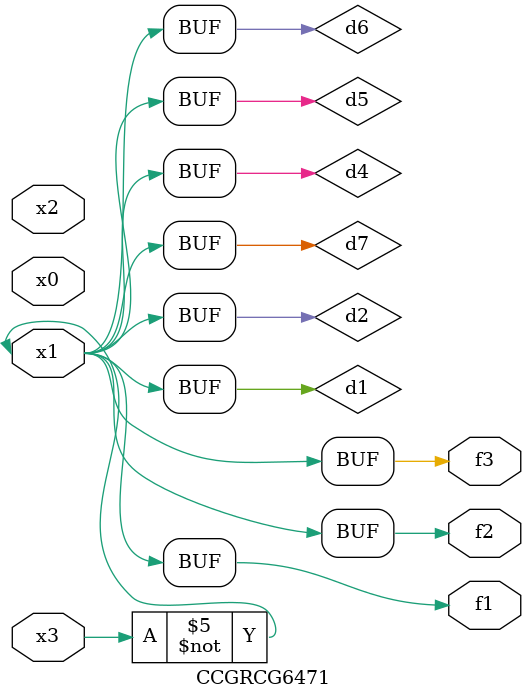
<source format=v>
module CCGRCG6471(
	input x0, x1, x2, x3,
	output f1, f2, f3
);

	wire d1, d2, d3, d4, d5, d6, d7;

	not (d1, x3);
	buf (d2, x1);
	xnor (d3, d1, d2);
	nor (d4, d1);
	buf (d5, d1, d2);
	buf (d6, d4, d5);
	nand (d7, d4);
	assign f1 = d6;
	assign f2 = d7;
	assign f3 = d6;
endmodule

</source>
